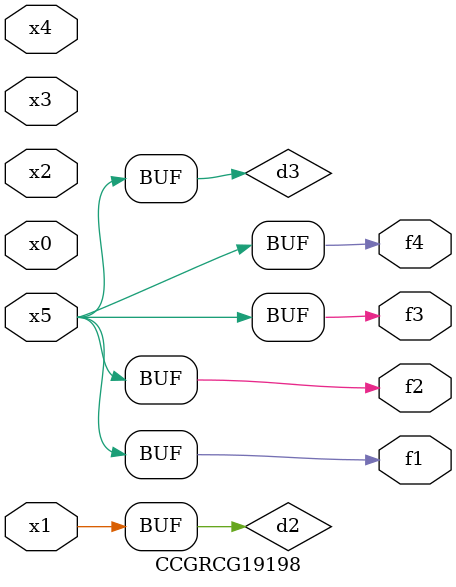
<source format=v>
module CCGRCG19198(
	input x0, x1, x2, x3, x4, x5,
	output f1, f2, f3, f4
);

	wire d1, d2, d3;

	not (d1, x5);
	or (d2, x1);
	xnor (d3, d1);
	assign f1 = d3;
	assign f2 = d3;
	assign f3 = d3;
	assign f4 = d3;
endmodule

</source>
